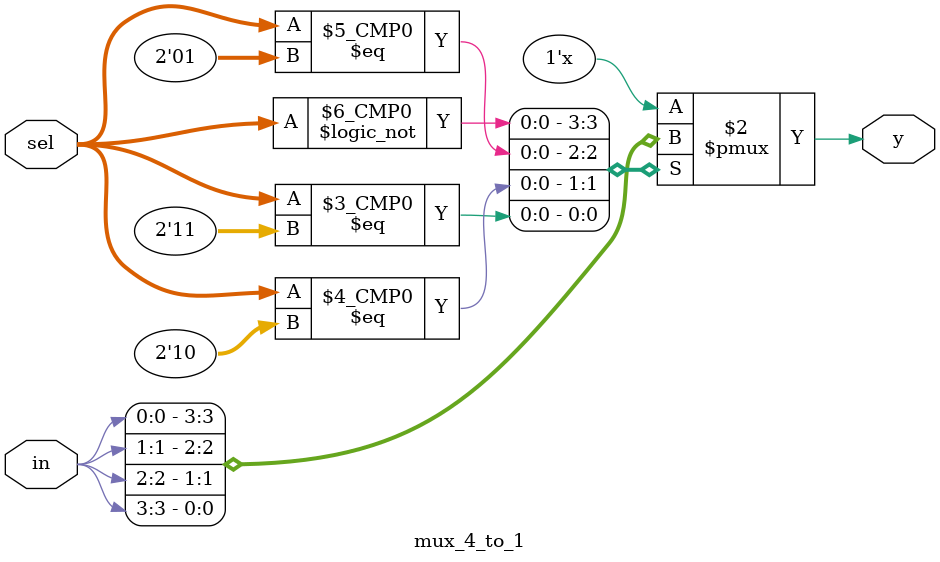
<source format=v>
`timescale 1ns / 1ps

module mux_4_to_1(output reg y, input [3:0]in, input [1:0]sel);
  always @(sel or in)
  begin
    case(sel)
      2'b00: y <= in[0];
      2'b01: y <= in[1];
      2'b10: y <= in[2];
      2'b11: y <= in[3];
      default: y <= 1'bz;
    endcase
  end
endmodule

</source>
